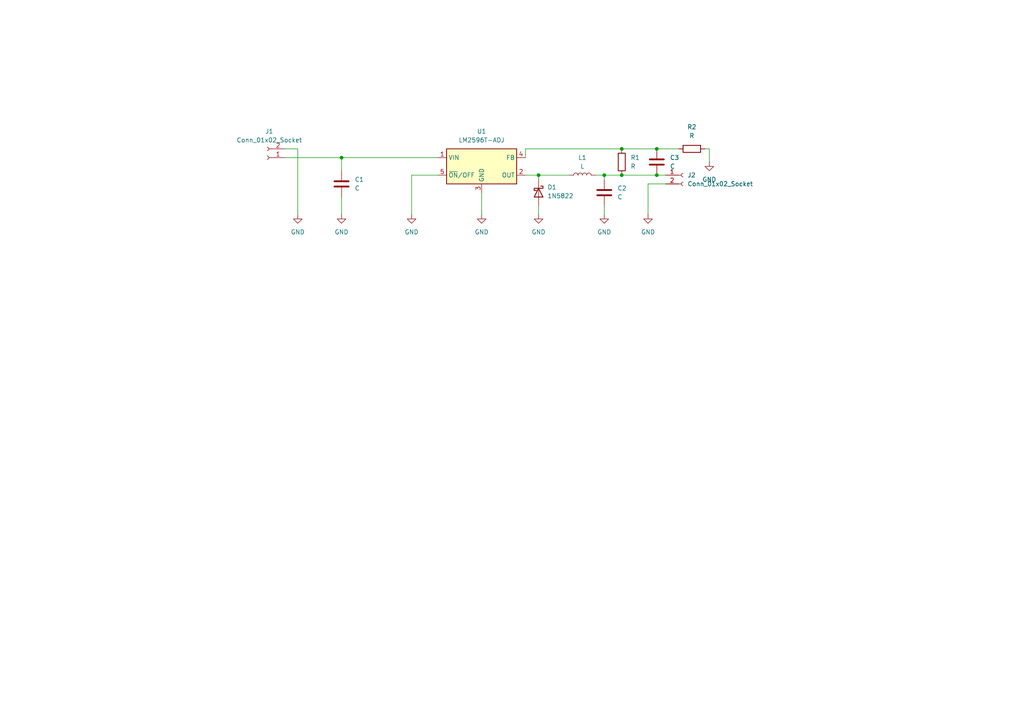
<source format=kicad_sch>
(kicad_sch (version 20231120) (generator "eeschema") (generator_version "8.0")
  (paper "A4")
  (lib_symbols
    (symbol "Connector:Conn_01x02_Socket" (pin_names (offset 1.016) hide)
      (property "Reference" "J" (at 0 2.54 0))
      (property "Value" "Conn_01x02_Socket" (at 0 -5.08 0))
      (symbol "Conn_01x02_Socket_1_1"
        (arc (start 0 -2.032) (mid -0.5058 -2.54) (end 0 -3.048) (stroke (width 0.1524)))
        (polyline (pts (xy -1.27 -2.54) (xy -0.508 -2.54)) (stroke (width 0.1524)))
        (polyline (pts (xy -1.27 0) (xy -0.508 0)) (stroke (width 0.1524)))
        (arc (start 0 0.508) (mid -0.5058 0) (end 0 -0.508) (stroke (width 0.1524)))
        (pin passive line (at -5.08 0 0) (length 3.81) (name "Pin_1") (number "1"))
        (pin passive line (at -5.08 -2.54 0) (length 3.81) (name "Pin_2") (number "2"))
      )
    )
    (symbol "Device:C" (pin_numbers hide) (pin_names (offset 0.254))
      (property "Reference" "C" (at 0.635 2.54 0))
      (property "Value" "C" (at 0.635 -2.54 0))
      (symbol "C_0_1"
        (polyline (pts (xy -2.032 -0.762) (xy 2.032 -0.762)) (stroke (width 0.508)))
        (polyline (pts (xy -2.032 0.762) (xy 2.032 0.762)) (stroke (width 0.508)))
      )
      (symbol "C_1_1"
        (pin passive line (at 0 3.81 270) (length 2.794) (name "~") (number "1"))
        (pin passive line (at 0 -3.81 90) (length 2.794) (name "~") (number "2"))
      )
    )
    (symbol "Device:L" (pin_numbers hide) (pin_names (offset 1.016) hide)
      (property "Reference" "L" (at -1.27 0 90))
      (property "Value" "L" (at 1.905 0 90))
      (symbol "L_0_1"
        (arc (start 0 -2.54) (mid 0.6323 -1.905) (end 0 -1.27))
        (arc (start 0 -1.27) (mid 0.6323 -0.635) (end 0 0))
        (arc (start 0 0) (mid 0.6323 0.635) (end 0 1.27))
        (arc (start 0 1.27) (mid 0.6323 1.905) (end 0 2.54))
      )
      (symbol "L_1_1"
        (pin passive line (at 0 3.81 270) (length 1.27) (name "1") (number "1"))
        (pin passive line (at 0 -3.81 90) (length 1.27) (name "2") (number "2"))
      )
    )
    (symbol "Device:R" (pin_numbers hide) (pin_names (offset 0))
      (property "Reference" "R" (at 2.032 0 90))
      (property "Value" "R" (at 0 0 90))
      (symbol "R_0_1"
        (rectangle (start -1.016 -2.54) (end 1.016 2.54) (stroke (width 0.254)))
      )
      (symbol "R_1_1"
        (pin passive line (at 0 3.81 270) (length 1.27) (name "~") (number "1"))
        (pin passive line (at 0 -3.81 90) (length 1.27) (name "~") (number "2"))
      )
    )
    (symbol "Diode:1N5822" (pin_numbers hide) (pin_names (offset 1.016) hide)
      (property "Reference" "D" (at 0 2.54 0))
      (property "Value" "1N5822" (at 0 -2.54 0))
      (symbol "1N5822_0_1"
        (polyline (pts (xy 1.27 0) (xy -1.27 0)))
        (polyline (pts (xy 1.27 1.27) (xy 1.27 -1.27) (xy -1.27 0) (xy 1.27 1.27)) (stroke (width 0.254)))
        (polyline (pts (xy -1.905 0.635) (xy -1.905 1.27) (xy -1.27 1.27) (xy -1.27 -1.27) (xy -0.635 -1.27) (xy -0.635 -0.635)) (stroke (width 0.254)))
      )
      (symbol "1N5822_1_1"
        (pin passive line (at -3.81 0 0) (length 2.54) (name "K") (number "1"))
        (pin passive line (at 3.81 0 180) (length 2.54) (name "A") (number "2"))
      )
    )
    (symbol "Regulator_Switching:LM2596T-ADJ"
      (property "Reference" "U" (at -10.16 6.35 0))
      (property "Value" "LM2596T-ADJ" (at 0 6.35 0))
      (symbol "LM2596T-ADJ_0_1"
        (rectangle (start -10.16 5.08) (end 10.16 -5.08) (stroke (width 0.254)) (fill (type background)))
      )
      (symbol "LM2596T-ADJ_1_1"
        (pin power_in line (at -12.7 2.54 0) (length 2.54) (name "VIN") (number "1"))
        (pin output line (at 12.7 -2.54 180) (length 2.54) (name "OUT") (number "2"))
        (pin power_in line (at 0 -7.62 90) (length 2.54) (name "GND") (number "3"))
        (pin input line (at 12.7 2.54 180) (length 2.54) (name "FB") (number "4"))
        (pin input line (at -12.7 -2.54 0) (length 2.54) (name "~{ON}/OFF") (number "5"))
      )
    )
    (symbol "power:GND" (power) (pin_numbers hide) (pin_names (offset 0) hide)
      (property "Value" "GND" (at 0 -3.81 0))
      (symbol "GND_0_1"
        (polyline (pts (xy 0 0) (xy 0 -1.27) (xy 1.27 -1.27) (xy 0 -2.54) (xy -1.27 -1.27) (xy 0 -1.27)))
      )
      (symbol "GND_1_1"
        (pin power_in line (at 0 0 270) (length 0) (name "~") (number "1"))
      )
    )
  )
  (junction (at 190.5 50.8))
  (junction (at 175.26 50.8))
  (junction (at 180.34 50.8))
  (junction (at 99.06 45.72))
  (junction (at 180.34 43.18))
  (junction (at 156.21 50.8))
  (junction (at 190.5 43.18))
  (wire (pts (xy 175.26 50.8) (xy 180.34 50.8)))
  (wire (pts (xy 86.36 43.18) (xy 82.55 43.18)))
  (wire (pts (xy 190.5 50.8) (xy 193.04 50.8)))
  (wire (pts (xy 205.74 43.18) (xy 204.47 43.18)))
  (wire (pts (xy 175.26 50.8) (xy 175.26 52.07)))
  (wire (pts (xy 156.21 52.07) (xy 156.21 50.8)))
  (wire (pts (xy 82.55 45.72) (xy 99.06 45.72)))
  (wire (pts (xy 175.26 59.69) (xy 175.26 62.23)))
  (wire (pts (xy 99.06 45.72) (xy 127 45.72)))
  (wire (pts (xy 205.74 46.99) (xy 205.74 43.18)))
  (wire (pts (xy 156.21 50.8) (xy 152.4 50.8)))
  (wire (pts (xy 156.21 59.69) (xy 156.21 62.23)))
  (wire (pts (xy 99.06 49.53) (xy 99.06 45.72)))
  (wire (pts (xy 119.38 50.8) (xy 127 50.8)))
  (wire (pts (xy 152.4 43.18) (xy 152.4 45.72)))
  (wire (pts (xy 156.21 50.8) (xy 165.1 50.8)))
  (wire (pts (xy 99.06 57.15) (xy 99.06 62.23)))
  (wire (pts (xy 119.38 62.23) (xy 119.38 50.8)))
  (wire (pts (xy 187.96 62.23) (xy 187.96 53.34)))
  (wire (pts (xy 180.34 43.18) (xy 190.5 43.18)))
  (wire (pts (xy 187.96 53.34) (xy 193.04 53.34)))
  (wire (pts (xy 172.72 50.8) (xy 175.26 50.8)))
  (wire (pts (xy 180.34 43.18) (xy 152.4 43.18)))
  (wire (pts (xy 139.7 55.88) (xy 139.7 62.23)))
  (wire (pts (xy 180.34 50.8) (xy 190.5 50.8)))
  (wire (pts (xy 190.5 43.18) (xy 196.85 43.18)))
  (wire (pts (xy 86.36 62.23) (xy 86.36 43.18)))
  (symbol (lib_id "Device:C") (at 99.06 53.34 0) (unit 1)
    (property "Reference" "C1" (at 102.87 52.0699 0) (effects (justify left)))
    (property "Value" "C" (at 102.87 54.6099 0) (effects (justify left)))
    (property "Footprint" "Capacitor_SMD:C_1210_3225Metric" (effects (hide yes)))
    (property "Description" "Unpolarized capacitor" (effects (hide yes)))
  )
  (symbol (lib_id "power:GND") (at 205.74 46.99 0) (unit 1)
    (property "Reference" "#PWR04" (effects (hide yes)))
    (property "Value" "GND" (at 205.74 52.07 0))
    (property "Description" "Power symbol creates a global label with name \"GND\" , ground" (effects (hide yes)))
  )
  (symbol (lib_id "Connector:Conn_01x02_Socket") (at 77.47 45.72 180) (unit 1)
    (property "Reference" "J1" (at 78.105 38.1 0))
    (property "Value" "Conn_01x02_Socket" (at 78.105 40.64 0))
    (property "Footprint" "Connector_Wire:SolderWire-1.5sqmm_1x02_P6mm_D1.7mm_OD3mm" (effects (hide yes)))
    (property "Description" "Generic connector, single row, 01x02, script generated" (effects (hide yes)))
  )
  (symbol (lib_id "power:GND") (at 187.96 62.23 0) (unit 1)
    (property "Reference" "#PWR08" (effects (hide yes)))
    (property "Value" "GND" (at 187.96 67.31 0))
    (property "Description" "Power symbol creates a global label with name \"GND\" , ground" (effects (hide yes)))
  )
  (symbol (lib_id "power:GND") (at 99.06 62.23 0) (unit 1)
    (property "Reference" "#PWR01" (effects (hide yes)))
    (property "Value" "GND" (at 99.06 67.31 0))
    (property "Description" "Power symbol creates a global label with name \"GND\" , ground" (effects (hide yes)))
  )
  (symbol (lib_id "Device:L") (at 168.91 50.8 90) (unit 1)
    (property "Reference" "L1" (at 168.91 45.72 90))
    (property "Value" "L" (at 168.91 48.26 90))
    (property "Footprint" "Inductor_SMD:L_6.3x6.3_H3" (effects (hide yes)))
    (property "Description" "Inductor" (effects (hide yes)))
  )
  (symbol (lib_id "power:GND") (at 86.36 62.23 0) (unit 1)
    (property "Reference" "#PWR03" (effects (hide yes)))
    (property "Value" "GND" (at 86.36 67.31 0))
    (property "Description" "Power symbol creates a global label with name \"GND\" , ground" (effects (hide yes)))
  )
  (symbol (lib_id "Regulator_Switching:LM2596T-ADJ") (at 139.7 48.26 0) (unit 1)
    (property "Reference" "U1" (at 139.7 38.1 0))
    (property "Value" "LM2596T-ADJ" (at 139.7 40.64 0))
    (property "Footprint" "Package_TO_SOT_THT:TO-220-5_P3.4x3.7mm_StaggerOdd_Lead3.8mm_Vertical" (effects (hide yes)))
    (property "Datasheet" "http://www.ti.com/lit/ds/symlink/lm2596.pdf" (effects (hide yes)))
    (property "Description" "Adjustable 3A 150kHz Step-Down Voltage Regulator, TO-220" (effects (hide yes)))
  )
  (symbol (lib_id "Device:C") (at 175.26 55.88 0) (unit 1)
    (property "Reference" "C2" (at 179.07 54.6099 0) (effects (justify left)))
    (property "Value" "C" (at 179.07 57.1499 0) (effects (justify left)))
    (property "Footprint" "Capacitor_SMD:C_1210_3225Metric" (effects (hide yes)))
    (property "Description" "Unpolarized capacitor" (effects (hide yes)))
  )
  (symbol (lib_id "power:GND") (at 175.26 62.23 0) (unit 1)
    (property "Reference" "#PWR07" (effects (hide yes)))
    (property "Value" "GND" (at 175.26 67.31 0))
    (property "Description" "Power symbol creates a global label with name \"GND\" , ground" (effects (hide yes)))
  )
  (symbol (lib_id "Connector:Conn_01x02_Socket") (at 198.12 50.8 0) (unit 1)
    (property "Reference" "J2" (at 199.39 50.7999 0) (effects (justify left)))
    (property "Value" "Conn_01x02_Socket" (at 199.39 53.3399 0) (effects (justify left)))
    (property "Footprint" "Connector_Wire:SolderWire-1.5sqmm_1x02_P6mm_D1.7mm_OD3mm" (effects (hide yes)))
    (property "Description" "Generic connector, single row, 01x02, script generated" (effects (hide yes)))
  )
  (symbol (lib_id "power:GND") (at 156.21 62.23 0) (unit 1)
    (property "Reference" "#PWR05" (effects (hide yes)))
    (property "Value" "GND" (at 156.21 67.31 0))
    (property "Description" "Power symbol creates a global label with name \"GND\" , ground" (effects (hide yes)))
  )
  (symbol (lib_id "power:GND") (at 119.38 62.23 0) (unit 1)
    (property "Reference" "#PWR02" (effects (hide yes)))
    (property "Value" "GND" (at 119.38 67.31 0))
    (property "Description" "Power symbol creates a global label with name \"GND\" , ground" (effects (hide yes)))
  )
  (symbol (lib_id "Device:R") (at 200.66 43.18 90) (unit 1)
    (property "Reference" "R2" (at 200.66 36.83 90))
    (property "Value" "R" (at 200.66 39.37 90))
    (property "Footprint" "Resistor_SMD:R_0805_2012Metric" (effects (hide yes)))
    (property "Description" "Resistor" (effects (hide yes)))
  )
  (symbol (lib_id "Device:C") (at 190.5 46.99 0) (unit 1)
    (property "Reference" "C3" (at 194.31 45.7199 0) (effects (justify left)))
    (property "Value" "C" (at 194.31 48.2599 0) (effects (justify left)))
    (property "Footprint" "Capacitor_SMD:C_1210_3225Metric" (effects (hide yes)))
    (property "Description" "Unpolarized capacitor" (effects (hide yes)))
  )
  (symbol (lib_id "Diode:1N5822") (at 156.21 55.88 270) (unit 1)
    (property "Reference" "D1" (at 158.75 54.2924 90) (effects (justify left)))
    (property "Value" "1N5822" (at 158.75 56.8324 90) (effects (justify left)))
    (property "Footprint" "Diode_THT:D_DO-201AD_P5.08mm_Vertical_KathodeUp" (effects (hide yes)))
    (property "Datasheet" "http://www.vishay.com/docs/88526/1n5820.pdf" (effects (hide yes)))
    (property "Description" "40V 3A Schottky Barrier Rectifier Diode, DO-201AD" (effects (hide yes)))
  )
  (symbol (lib_id "Device:R") (at 180.34 46.99 180) (unit 1)
    (property "Reference" "R1" (at 182.88 45.7199 0) (effects (justify right)))
    (property "Value" "R" (at 182.88 48.2599 0) (effects (justify right)))
    (property "Footprint" "Resistor_SMD:R_0805_2012Metric" (effects (hide yes)))
    (property "Description" "Resistor" (effects (hide yes)))
  )
  (symbol (lib_id "power:GND") (at 139.7 62.23 0) (unit 1)
    (property "Reference" "#PWR06" (effects (hide yes)))
    (property "Value" "GND" (at 139.7 67.31 0))
    (property "Description" "Power symbol creates a global label with name \"GND\" , ground" (effects (hide yes)))
  )
)
</source>
